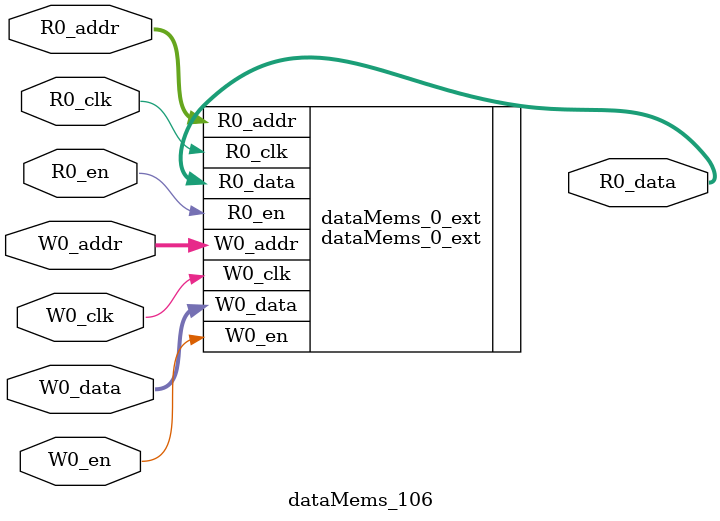
<source format=sv>
`ifndef RANDOMIZE
  `ifdef RANDOMIZE_REG_INIT
    `define RANDOMIZE
  `endif // RANDOMIZE_REG_INIT
`endif // not def RANDOMIZE
`ifndef RANDOMIZE
  `ifdef RANDOMIZE_MEM_INIT
    `define RANDOMIZE
  `endif // RANDOMIZE_MEM_INIT
`endif // not def RANDOMIZE

`ifndef RANDOM
  `define RANDOM $random
`endif // not def RANDOM

// Users can define 'PRINTF_COND' to add an extra gate to prints.
`ifndef PRINTF_COND_
  `ifdef PRINTF_COND
    `define PRINTF_COND_ (`PRINTF_COND)
  `else  // PRINTF_COND
    `define PRINTF_COND_ 1
  `endif // PRINTF_COND
`endif // not def PRINTF_COND_

// Users can define 'ASSERT_VERBOSE_COND' to add an extra gate to assert error printing.
`ifndef ASSERT_VERBOSE_COND_
  `ifdef ASSERT_VERBOSE_COND
    `define ASSERT_VERBOSE_COND_ (`ASSERT_VERBOSE_COND)
  `else  // ASSERT_VERBOSE_COND
    `define ASSERT_VERBOSE_COND_ 1
  `endif // ASSERT_VERBOSE_COND
`endif // not def ASSERT_VERBOSE_COND_

// Users can define 'STOP_COND' to add an extra gate to stop conditions.
`ifndef STOP_COND_
  `ifdef STOP_COND
    `define STOP_COND_ (`STOP_COND)
  `else  // STOP_COND
    `define STOP_COND_ 1
  `endif // STOP_COND
`endif // not def STOP_COND_

// Users can define INIT_RANDOM as general code that gets injected into the
// initializer block for modules with registers.
`ifndef INIT_RANDOM
  `define INIT_RANDOM
`endif // not def INIT_RANDOM

// If using random initialization, you can also define RANDOMIZE_DELAY to
// customize the delay used, otherwise 0.002 is used.
`ifndef RANDOMIZE_DELAY
  `define RANDOMIZE_DELAY 0.002
`endif // not def RANDOMIZE_DELAY

// Define INIT_RANDOM_PROLOG_ for use in our modules below.
`ifndef INIT_RANDOM_PROLOG_
  `ifdef RANDOMIZE
    `ifdef VERILATOR
      `define INIT_RANDOM_PROLOG_ `INIT_RANDOM
    `else  // VERILATOR
      `define INIT_RANDOM_PROLOG_ `INIT_RANDOM #`RANDOMIZE_DELAY begin end
    `endif // VERILATOR
  `else  // RANDOMIZE
    `define INIT_RANDOM_PROLOG_
  `endif // RANDOMIZE
`endif // not def INIT_RANDOM_PROLOG_

// Include register initializers in init blocks unless synthesis is set
`ifndef SYNTHESIS
  `ifndef ENABLE_INITIAL_REG_
    `define ENABLE_INITIAL_REG_
  `endif // not def ENABLE_INITIAL_REG_
`endif // not def SYNTHESIS

// Include rmemory initializers in init blocks unless synthesis is set
`ifndef SYNTHESIS
  `ifndef ENABLE_INITIAL_MEM_
    `define ENABLE_INITIAL_MEM_
  `endif // not def ENABLE_INITIAL_MEM_
`endif // not def SYNTHESIS

module dataMems_106(	// @[generators/ara/src/main/scala/UnsafeAXI4ToTL.scala:365:62]
  input  [4:0]   R0_addr,
  input          R0_en,
  input          R0_clk,
  output [130:0] R0_data,
  input  [4:0]   W0_addr,
  input          W0_en,
  input          W0_clk,
  input  [130:0] W0_data
);

  dataMems_0_ext dataMems_0_ext (	// @[generators/ara/src/main/scala/UnsafeAXI4ToTL.scala:365:62]
    .R0_addr (R0_addr),
    .R0_en   (R0_en),
    .R0_clk  (R0_clk),
    .R0_data (R0_data),
    .W0_addr (W0_addr),
    .W0_en   (W0_en),
    .W0_clk  (W0_clk),
    .W0_data (W0_data)
  );
endmodule


</source>
